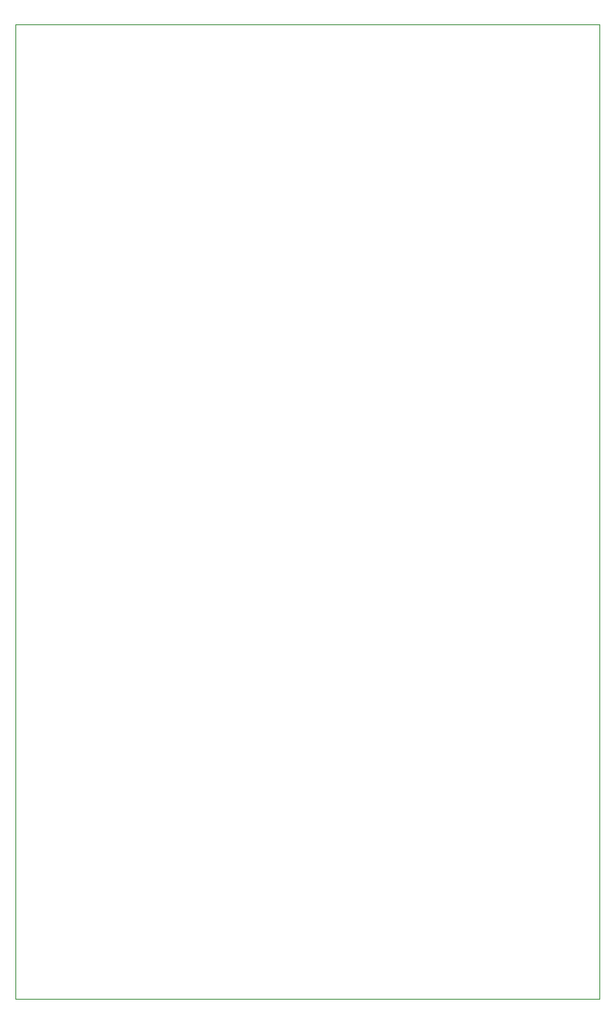
<source format=gm1>
%TF.GenerationSoftware,KiCad,Pcbnew,5.1.8-db9833491~88~ubuntu18.04.1*%
%TF.CreationDate,2021-01-05T00:41:28-08:00*%
%TF.ProjectId,kb1lqd_optical_comm,6b62316c-7164-45f6-9f70-746963616c5f,rev?*%
%TF.SameCoordinates,Original*%
%TF.FileFunction,Profile,NP*%
%FSLAX46Y46*%
G04 Gerber Fmt 4.6, Leading zero omitted, Abs format (unit mm)*
G04 Created by KiCad (PCBNEW 5.1.8-db9833491~88~ubuntu18.04.1) date 2021-01-05 00:41:28*
%MOMM*%
%LPD*%
G01*
G04 APERTURE LIST*
%TA.AperFunction,Profile*%
%ADD10C,0.100000*%
%TD*%
G04 APERTURE END LIST*
D10*
X187960000Y-25400000D02*
X187960000Y-127000000D01*
X127000000Y-25400000D02*
X187960000Y-25400000D01*
X127000000Y-127000000D02*
X127000000Y-25400000D01*
X187960000Y-127000000D02*
X127000000Y-127000000D01*
M02*

</source>
